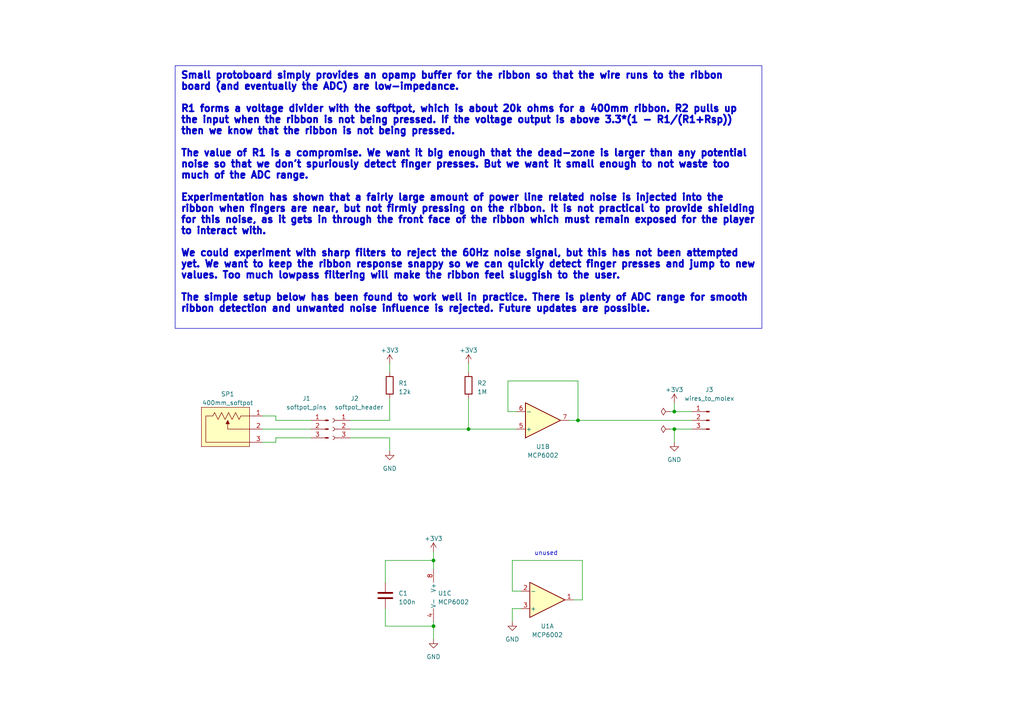
<source format=kicad_sch>
(kicad_sch (version 20230121) (generator eeschema)
  (paper "A4")
  (title_block (title "Josh Ox Ribbon Synth Protoboard Ribbon Buffer") (date "2023-04-08") (rev "0") (comment 1 "creativecommons.org/licenses/by/4.0") (comment 2 "license: CC by 4.0") (comment 3 "Author: Jordan Aceto"))
  (lib_symbols
    (symbol "Amplifier_Operational:MCP6002-xSN" (pin_names (offset 0.127))
      (property "Reference" "U" (at 0 5.08 0))
      (property "Value" "MCP6002-xSN" (at 0 -5.08 0))
      (symbol "MCP6002-xSN_1_1"
        (polyline (pts (xy -5.08 5.08) (xy 5.08 0) (xy -5.08 -5.08) (xy -5.08 5.08)) (stroke (width 0.254)) (fill (type background)))
        (pin output line (at 7.62 0 180) (length 2.54) (name "~") (number "1"))
        (pin input line (at -7.62 -2.54 0) (length 2.54) (name "-") (number "2"))
        (pin input line (at -7.62 2.54 0) (length 2.54) (name "+") (number "3"))
      )
      (symbol "MCP6002-xSN_2_1"
        (polyline (pts (xy -5.08 5.08) (xy 5.08 0) (xy -5.08 -5.08) (xy -5.08 5.08)) (stroke (width 0.254)) (fill (type background)))
        (pin input line (at -7.62 2.54 0) (length 2.54) (name "+") (number "5"))
        (pin input line (at -7.62 -2.54 0) (length 2.54) (name "-") (number "6"))
        (pin output line (at 7.62 0 180) (length 2.54) (name "~") (number "7"))
      )
      (symbol "MCP6002-xSN_3_1"
        (pin power_in line (at -2.54 -7.62 90) (length 3.81) (name "V-") (number "4"))
        (pin power_in line (at -2.54 7.62 270) (length 3.81) (name "V+") (number "8"))
      )
    )
    (symbol "Connector:Conn_01x03_Pin" (pin_names (offset 1.016) hide)
      (property "Reference" "J" (at 0 5.08 0))
      (property "Value" "Conn_01x03_Pin" (at 0 -5.08 0))
      (symbol "Conn_01x03_Pin_1_1"
        (polyline (pts (xy 1.27 -2.54) (xy 0.8636 -2.54)) (stroke (width 0.1524)))
        (polyline (pts (xy 1.27 0) (xy 0.8636 0)) (stroke (width 0.1524)))
        (polyline (pts (xy 1.27 2.54) (xy 0.8636 2.54)) (stroke (width 0.1524)))
        (rectangle (start 0.8636 -2.413) (end 0 -2.667) (stroke (width 0.1524)) (fill (type outline)))
        (rectangle (start 0.8636 0.127) (end 0 -0.127) (stroke (width 0.1524)) (fill (type outline)))
        (rectangle (start 0.8636 2.667) (end 0 2.413) (stroke (width 0.1524)) (fill (type outline)))
        (pin passive line (at 5.08 2.54 180) (length 3.81) (name "Pin_1") (number "1"))
        (pin passive line (at 5.08 0 180) (length 3.81) (name "Pin_2") (number "2"))
        (pin passive line (at 5.08 -2.54 180) (length 3.81) (name "Pin_3") (number "3"))
      )
    )
    (symbol "Connector:Conn_01x03_Socket" (pin_names (offset 1.016) hide)
      (property "Reference" "J" (at 0 5.08 0))
      (property "Value" "Conn_01x03_Socket" (at 0 -5.08 0))
      (symbol "Conn_01x03_Socket_1_1"
        (arc (start 0 -2.032) (mid -0.5058 -2.54) (end 0 -3.048) (stroke (width 0.1524)))
        (polyline (pts (xy -1.27 -2.54) (xy -0.508 -2.54)) (stroke (width 0.1524)))
        (polyline (pts (xy -1.27 0) (xy -0.508 0)) (stroke (width 0.1524)))
        (polyline (pts (xy -1.27 2.54) (xy -0.508 2.54)) (stroke (width 0.1524)))
        (arc (start 0 0.508) (mid -0.5058 0) (end 0 -0.508) (stroke (width 0.1524)))
        (arc (start 0 3.048) (mid -0.5058 2.54) (end 0 2.032) (stroke (width 0.1524)))
        (pin passive line (at -5.08 2.54 0) (length 3.81) (name "Pin_1") (number "1"))
        (pin passive line (at -5.08 0 0) (length 3.81) (name "Pin_2") (number "2"))
        (pin passive line (at -5.08 -2.54 0) (length 3.81) (name "Pin_3") (number "3"))
      )
    )
    (symbol "Device:C" (pin_numbers hide) (pin_names (offset 0.254))
      (property "Reference" "C" (at 0.635 2.54 0))
      (property "Value" "C" (at 0.635 -2.54 0))
      (symbol "C_0_1"
        (polyline (pts (xy -2.032 -0.762) (xy 2.032 -0.762)) (stroke (width 0.508)))
        (polyline (pts (xy -2.032 0.762) (xy 2.032 0.762)) (stroke (width 0.508)))
      )
      (symbol "C_1_1"
        (pin passive line (at 0 3.81 270) (length 2.794) (name "~") (number "1"))
        (pin passive line (at 0 -3.81 90) (length 2.794) (name "~") (number "2"))
      )
    )
    (symbol "Device:R" (pin_numbers hide) (pin_names (offset 0))
      (property "Reference" "R" (at 2.032 0 90))
      (property "Value" "R" (at 0 0 90))
      (symbol "R_0_1"
        (rectangle (start -1.016 -2.54) (end 1.016 2.54) (stroke (width 0.254)))
      )
      (symbol "R_1_1"
        (pin passive line (at 0 3.81 270) (length 1.27) (name "~") (number "1"))
        (pin passive line (at 0 -3.81 90) (length 1.27) (name "~") (number "2"))
      )
    )
    (symbol "custom_symbols:softpot"
      (property "Reference" "SP?" (at 0 11.43 0))
      (property "Value" "400mm_softpot" (at 0 8.89 0))
      (symbol "softpot_0_1"
        (polyline (pts (xy 3.81 -3.81) (xy 7.62 -3.81)))
        (polyline (pts (xy 3.81 3.81) (xy 7.62 3.81)))
        (polyline (pts (xy 7.62 0) (xy 3.81 0)))
        (polyline (pts (xy 3.81 0) (xy 0 0) (xy 0 1.524)))
        (polyline (pts (xy -4.318 3.81) (xy -6.35 3.81) (xy -6.35 -3.81) (xy 3.81 -3.81)))
        (polyline (pts (xy -2.286 3.81) (xy -2.794 2.794) (xy -3.81 4.826) (xy -4.318 3.81)))
        (polyline (pts (xy -0.254 3.81) (xy -0.762 2.794) (xy -1.778 4.826) (xy -2.286 3.81)))
        (polyline (pts (xy 0 2.54) (xy 0.508 1.524) (xy -0.508 1.524) (xy 0 2.54)) (fill (type outline)))
        (polyline (pts (xy 1.778 3.81) (xy 1.27 2.794) (xy 0.254 4.826) (xy -0.254 3.81)))
        (polyline (pts (xy 3.81 3.81) (xy 3.302 2.794) (xy 2.286 4.826) (xy 1.778 3.81)))
        (rectangle (start 6.35 -5.08) (end -7.62 6.35) (fill (type background)))
      )
      (symbol "softpot_1_1"
        (pin passive line (at 10.16 3.81 180) (length 2.54) (name "") (number "1"))
        (pin passive line (at 10.16 0 180) (length 2.54) (name "") (number "2"))
        (pin passive line (at 10.16 -3.81 180) (length 2.54) (name "") (number "3"))
      )
    )
    (symbol "power:+3V3" (power) (pin_names (offset 0))
      (property "Value" "+3V3" (at 0 3.556 0))
      (symbol "+3V3_0_1"
        (polyline (pts (xy -0.762 1.27) (xy 0 2.54)))
        (polyline (pts (xy 0 0) (xy 0 2.54)))
        (polyline (pts (xy 0 2.54) (xy 0.762 1.27)))
      )
      (symbol "+3V3_1_1"
        (pin power_in line (at 0 0 90) (length 0) hide (name "+3V3") (number "1"))
      )
    )
    (symbol "power:GND" (power) (pin_names (offset 0))
      (property "Value" "GND" (at 0 -3.81 0))
      (symbol "GND_0_1"
        (polyline (pts (xy 0 0) (xy 0 -1.27) (xy 1.27 -1.27) (xy 0 -2.54) (xy -1.27 -1.27) (xy 0 -1.27)))
      )
      (symbol "GND_1_1"
        (pin power_in line (at 0 0 270) (length 0) hide (name "GND") (number "1"))
      )
    )
    (symbol "power:PWR_FLAG" (power) (pin_numbers hide) (pin_names (offset 0) hide)
      (property "Value" "PWR_FLAG" (at 0 3.81 0))
      (symbol "PWR_FLAG_0_0"
        (pin power_out line (at 0 0 90) (length 0) (name "pwr") (number "1"))
      )
      (symbol "PWR_FLAG_0_1"
        (polyline (pts (xy 0 0) (xy 0 1.27) (xy -1.016 1.905) (xy 0 2.54) (xy 1.016 1.905) (xy 0 1.27)))
      )
    )
  )
  (junction (at 135.89 124.46))
  (junction (at 125.73 162.56))
  (junction (at 195.58 124.46))
  (junction (at 167.64 121.92))
  (junction (at 125.73 181.61))
  (junction (at 195.58 119.38))
  (wire (pts (xy 80.01 127) (xy 90.17 127)))
  (wire (pts (xy 111.76 162.56) (xy 125.73 162.56)))
  (wire (pts (xy 101.6 127) (xy 113.03 127)))
  (wire (pts (xy 135.89 124.46) (xy 149.86 124.46)))
  (wire (pts (xy 151.13 171.45) (xy 148.59 171.45)))
  (wire (pts (xy 148.59 162.56) (xy 168.91 162.56)))
  (wire (pts (xy 147.32 119.38) (xy 147.32 110.49)))
  (wire (pts (xy 200.66 119.38) (xy 195.58 119.38)))
  (wire (pts (xy 195.58 116.84) (xy 195.58 119.38)))
  (wire (pts (xy 111.76 168.91) (xy 111.76 162.56)))
  (wire (pts (xy 101.6 124.46) (xy 135.89 124.46)))
  (wire (pts (xy 76.2 120.65) (xy 80.01 120.65)))
  (wire (pts (xy 135.89 115.57) (xy 135.89 124.46)))
  (wire (pts (xy 80.01 120.65) (xy 80.01 121.92)))
  (wire (pts (xy 111.76 181.61) (xy 125.73 181.61)))
  (wire (pts (xy 125.73 181.61) (xy 125.73 185.42)))
  (wire (pts (xy 168.91 173.99) (xy 166.37 173.99)))
  (wire (pts (xy 148.59 171.45) (xy 148.59 162.56)))
  (wire (pts (xy 125.73 180.34) (xy 125.73 181.61)))
  (wire (pts (xy 80.01 121.92) (xy 90.17 121.92)))
  (wire (pts (xy 76.2 128.27) (xy 80.01 128.27)))
  (wire (pts (xy 195.58 124.46) (xy 195.58 128.27)))
  (wire (pts (xy 80.01 128.27) (xy 80.01 127)))
  (wire (pts (xy 125.73 160.02) (xy 125.73 162.56)))
  (wire (pts (xy 135.89 105.41) (xy 135.89 107.95)))
  (wire (pts (xy 167.64 110.49) (xy 167.64 121.92)))
  (wire (pts (xy 76.2 124.46) (xy 90.17 124.46)))
  (wire (pts (xy 167.64 121.92) (xy 165.1 121.92)))
  (wire (pts (xy 194.31 119.38) (xy 195.58 119.38)))
  (wire (pts (xy 111.76 176.53) (xy 111.76 181.61)))
  (wire (pts (xy 167.64 121.92) (xy 200.66 121.92)))
  (wire (pts (xy 113.03 127) (xy 113.03 130.81)))
  (wire (pts (xy 101.6 121.92) (xy 113.03 121.92)))
  (wire (pts (xy 200.66 124.46) (xy 195.58 124.46)))
  (wire (pts (xy 113.03 105.41) (xy 113.03 107.95)))
  (wire (pts (xy 148.59 176.53) (xy 148.59 180.34)))
  (wire (pts (xy 147.32 110.49) (xy 167.64 110.49)))
  (wire (pts (xy 149.86 119.38) (xy 147.32 119.38)))
  (wire (pts (xy 148.59 176.53) (xy 151.13 176.53)))
  (wire (pts (xy 194.31 124.46) (xy 195.58 124.46)))
  (wire (pts (xy 125.73 162.56) (xy 125.73 165.1)))
  (wire (pts (xy 168.91 162.56) (xy 168.91 173.99)))
  (wire (pts (xy 113.03 115.57) (xy 113.03 121.92)))
  (text_box "Small protoboard simply provides an opamp buffer for the ribbon so that the wire runs to the ribbon board (and eventually the ADC) are low-impedance.\n\nR1 forms a voltage divider with the softpot, which is about 20k ohms for a 400mm ribbon. R2 pulls up the input when the ribbon is not being pressed. If the voltage output is above 3.3*(1 - R1/(R1+Rsp)) then we know that the ribbon is not being pressed.\n\nThe value of R1 is a compromise. We want it big enough that the dead-zone is larger than any potential noise so that we don't spuriously detect finger presses. But we want it small enough to not waste too much of the ADC range.\n\nExperimentation has shown that a fairly large amount of power line related noise is injected into the ribbon when fingers are near, but not firmly pressing on the ribbon. It is not practical to provide shielding for this noise, as it gets in through the front face of the ribbon which must remain exposed for the player to interact with.\n\nWe could experiment with sharp filters to reject the 60Hz noise signal, but this has not been attempted yet. We want to keep the ribbon response snappy so we can quickly detect finger presses and jump to new values. Too much lowpass filtering will make the ribbon feel sluggish to the user.\n\nThe simple setup below has been found to work well in practice. There is plenty of ADC range for smooth ribbon detection and unwanted noise influence is rejected. Future updates are possible." (at 50.8 19.05 0) (size 170.18 76.2) (effects (font (size 2 2) (thickness 0.5) bold) (justify left top)))
  (text "unused" (at 154.94 161.29 0) (effects (font (size 1.27 1.27)) (justify left bottom)))
  (symbol (lib_id "Connector:Conn_01x03_Socket") (at 96.52 124.46 0) (mirror y) (unit 1)
    (property "Reference" "J2" (at 102.87 115.57 0))
    (property "Value" "softpot_header" (at 104.14 118.11 0))
    (property "Footprint" "Connector_PinSocket_2.54mm:PinSocket_1x03_P2.54mm_Vertical" (effects hide))
  )
  (symbol (lib_id "Amplifier_Operational:MCP6002-xSN") (at 128.27 172.72 0) (unit 3)
    (property "Reference" "U1" (at 127 172.085 0) (effects (justify left)))
    (property "Value" "MCP6002" (at 127 174.625 0) (effects (justify left)))
    (property "Footprint" "Package_DIP:DIP-8_W7.62mm" (effects hide))
    (property "Datasheet" "http://ww1.microchip.com/downloads/en/DeviceDoc/21733j.pdf" (effects hide))
  )
  (symbol (lib_id "Amplifier_Operational:MCP6002-xSN") (at 158.75 173.99 0) (mirror x) (unit 1)
    (property "Reference" "U1" (at 158.75 181.61 0))
    (property "Value" "MCP6002" (at 158.75 184.15 0))
    (property "Footprint" "Package_DIP:DIP-8_W7.62mm" (effects hide))
    (property "Datasheet" "http://ww1.microchip.com/downloads/en/DeviceDoc/21733j.pdf" (effects hide))
  )
  (symbol (lib_id "Device:R") (at 135.89 111.76 0) (unit 1)
    (property "Reference" "R2" (at 138.43 111.125 0) (effects (justify left)))
    (property "Value" "1M" (at 138.43 113.665 0) (effects (justify left)))
    (property "Footprint" "Resistor_THT:R_Axial_DIN0207_L6.3mm_D2.5mm_P10.16mm_Horizontal" (effects hide))
  )
  (symbol (lib_id "Amplifier_Operational:MCP6002-xSN") (at 157.48 121.92 0) (mirror x) (unit 2)
    (property "Reference" "U1" (at 157.48 129.54 0))
    (property "Value" "MCP6002" (at 157.48 132.08 0))
    (property "Footprint" "Package_DIP:DIP-8_W7.62mm" (effects hide))
    (property "Datasheet" "http://ww1.microchip.com/downloads/en/DeviceDoc/21733j.pdf" (effects hide))
  )
  (symbol (lib_id "Connector:Conn_01x03_Pin") (at 205.74 121.92 0) (mirror y) (unit 1)
    (property "Reference" "J3" (at 205.74 113.03 0))
    (property "Value" "wires_to_molex" (at 205.74 115.57 0))
  )
  (symbol (lib_id "power:+3V3") (at 125.73 160.02 0) (unit 1)
    (property "Reference" "#PWR0101" (effects hide))
    (property "Value" "+3V3" (at 125.73 156.21 0))
  )
  (symbol (lib_id "Device:C") (at 111.76 172.72 0) (unit 1)
    (property "Reference" "C1" (at 115.57 172.085 0) (effects (justify left)))
    (property "Value" "100n" (at 115.57 174.625 0) (effects (justify left)))
    (property "Footprint" "Capacitor_THT:C_Rect_L7.0mm_W2.5mm_P5.00mm" (effects hide))
  )
  (symbol (lib_id "power:PWR_FLAG") (at 194.31 124.46 90) (unit 1)
    (property "Reference" "#FLG0102" (effects hide))
    (property "Value" "PWR_FLAG" (effects hide))
  )
  (symbol (lib_id "power:GND") (at 125.73 185.42 0) (unit 1)
    (property "Reference" "#PWR0102" (effects hide))
    (property "Value" "GND" (at 125.73 190.5 0))
  )
  (symbol (lib_id "custom_symbols:softpot") (at 66.04 124.46 0) (unit 1)
    (property "Reference" "SP1" (at 66.04 114.3 0))
    (property "Value" "400mm_softpot" (at 66.04 116.84 0))
  )
  (symbol (lib_id "power:GND") (at 195.58 128.27 0) (mirror y) (unit 1)
    (property "Reference" "#PWR0104" (effects hide))
    (property "Value" "GND" (at 195.58 133.35 0))
  )
  (symbol (lib_id "power:GND") (at 148.59 180.34 0) (unit 1)
    (property "Reference" "#PWR0108" (effects hide))
    (property "Value" "GND" (at 148.59 185.42 0))
  )
  (symbol (lib_id "power:+3V3") (at 113.03 105.41 0) (mirror y) (unit 1)
    (property "Reference" "#PWR0106" (effects hide))
    (property "Value" "+3V3" (at 113.03 101.6 0))
  )
  (symbol (lib_id "Device:R") (at 113.03 111.76 0) (unit 1)
    (property "Reference" "R1" (at 115.57 111.125 0) (effects (justify left)))
    (property "Value" "12k" (at 115.57 113.665 0) (effects (justify left)))
    (property "Footprint" "Resistor_THT:R_Axial_DIN0207_L6.3mm_D2.5mm_P10.16mm_Horizontal" (effects hide))
  )
  (symbol (lib_id "Connector:Conn_01x03_Pin") (at 95.25 124.46 0) (mirror y) (unit 1)
    (property "Reference" "J1" (at 88.9 115.57 0))
    (property "Value" "softpot_pins" (at 88.9 118.11 0))
  )
  (symbol (lib_id "power:PWR_FLAG") (at 194.31 119.38 90) (unit 1)
    (property "Reference" "#FLG0101" (effects hide))
    (property "Value" "PWR_FLAG" (effects hide))
  )
  (symbol (lib_id "power:+3V3") (at 195.58 116.84 0) (mirror y) (unit 1)
    (property "Reference" "#PWR0103" (effects hide))
    (property "Value" "+3V3" (at 195.58 113.03 0))
  )
  (symbol (lib_id "power:+3V3") (at 135.89 105.41 0) (mirror y) (unit 1)
    (property "Reference" "#PWR0105" (effects hide))
    (property "Value" "+3V3" (at 135.89 101.6 0))
  )
  (symbol (lib_id "power:GND") (at 113.03 130.81 0) (unit 1)
    (property "Reference" "#PWR0107" (effects hide))
    (property "Value" "GND" (at 113.03 135.89 0))
  )
)
</source>
